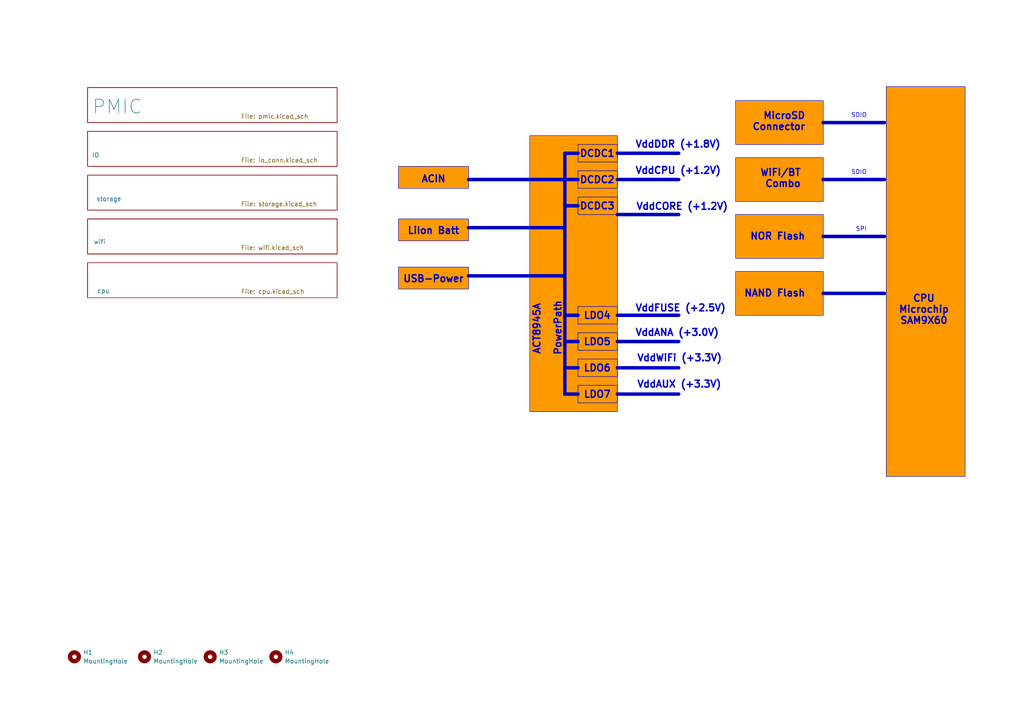
<source format=kicad_sch>
(kicad_sch (version 20250114) (generator "eeschema") (generator_version "9.0")
  (paper "A4")
  (lib_symbols
    (symbol "Mechanical:MountingHole" (pin_names (offset 1.016)) (exclude_from_sim yes) (in_bom no)
      (property "Reference" "H" (at 0 5.08 0))
      (property "Value" "MountingHole" (at 0 3.175 0))
      (symbol "MountingHole_0_1"
        (circle (center 0 0) (radius 1.27) (stroke (width 1.27)))
      )
    )
  )
  (rectangle (start 167.64 41.91) (end 179.07 46.99) (fill (type color) (color 255 153 0 1)))
  (rectangle (start 167.64 57.15) (end 179.07 62.23) (fill (type color) (color 255 153 0 1)))
  (rectangle (start 213.36 29.21) (end 238.76 41.91) (fill (type color) (color 255 153 0 1)))
  (rectangle (start 167.64 49.53) (end 179.07 54.61) (fill (type color) (color 255 153 0 1)))
  (rectangle (start 213.36 91.44) (end 238.76 78.74) (fill (type color) (color 255 153 0 1)))
  (rectangle (start 115.57 77.47) (end 135.89 83.82) (fill (type color) (color 255 153 0 1)))
  (rectangle (start 167.64 88.9) (end 179.07 93.98) (fill (type color) (color 255 153 0 1)))
  (rectangle (start 115.57 63.5) (end 135.89 69.85) (fill (type color) (color 255 153 0 1)))
  (rectangle (start 115.57 48.26) (end 135.89 54.61) (fill (type color) (color 255 153 0 1)))
  (rectangle (start 167.64 96.52) (end 179.07 101.6) (fill (type color) (color 255 153 0 1)))
  (rectangle (start 257.048 25.146) (end 279.908 138.176) (fill (type color) (color 255 153 0 1)))
  (rectangle (start 213.36 74.93) (end 238.76 62.23) (fill (type color) (color 255 153 0 1)))
  (rectangle (start 213.36 58.42) (end 238.76 45.72) (fill (type color) (color 255 153 0 1)))
  (rectangle (start 167.64 104.14) (end 179.07 109.22) (fill (type color) (color 255 153 0 1)))
  (rectangle (start 153.67 39.37) (end 179.07 119.38) (fill (type color) (color 255 153 0 1)))
  (rectangle (start 167.64 111.76) (end 179.07 116.84) (fill (type color) (color 255 153 0 1)))
  (text "VddANA (+3.0V)" (at 184.15 97.79 0) (effects (font (size 2 2) (thickness 0.4) (bold yes)) (justify left bottom)))
  (text "NOR Flash" (at 233.68 69.85 0) (effects (font (size 2 2) (thickness 0.4) (bold yes)) (justify right bottom)))
  (text "LiIon Batt" (at 125.73 67.056 0) (effects (font (size 2 2) (thickness 0.4) (bold yes))))
  (text "WiFI/BT\n Combo" (at 232.41 54.61 0) (effects (font (size 2 2) (thickness 0.4) (bold yes)) (justify right bottom)))
  (text "LDO7" (at 173.228 114.554 0) (effects (font (size 2 2) (thickness 0.4) (bold yes))))
  (text "LDO6" (at 173.228 106.934 0) (effects (font (size 2 2) (thickness 0.4) (bold yes))))
  (text "VddCORE (+1.2V)" (at 184.404 61.214 0) (effects (font (size 2 2) (thickness 0.4) (bold yes)) (justify left bottom)))
  (text "DCDC1" (at 173.228 44.704 0) (effects (font (size 2 2) (thickness 0.4) (bold yes))))
  (text "PowerPath" (at 161.798 95.25 90) (effects (font (size 2 2) (thickness 0.4) (bold yes))))
  (text "SPI" (at 251.46 67.31 0) (effects (font (size 1.27 1.27)) (justify right bottom)))
  (text "VddWiFi (+3.3V)" (at 184.658 105.156 0) (effects (font (size 2 2) (thickness 0.4) (bold yes)) (justify left bottom)))
  (text "DCDC2" (at 173.228 52.324 0) (effects (font (size 2 2) (thickness 0.4) (bold yes))))
  (text "CPU\nMicrochip\nSAM9X60" (at 267.97 89.916 0) (effects (font (size 2 2) (thickness 0.4) (bold yes))))
  (text "VddCPU (+1.2V)" (at 184.15 50.8 0) (effects (font (size 2 2) (thickness 0.4) (bold yes)) (justify left bottom)))
  (text "SDIO" (at 251.46 34.29 0) (effects (font (size 1.27 1.27)) (justify right bottom)))
  (text "VddFUSE (+2.5V)" (at 184.15 90.678 0) (effects (font (size 2 2) (thickness 0.4) (bold yes)) (justify left bottom)))
  (text "SDIO" (at 251.46 50.8 0) (effects (font (size 1.27 1.27)) (justify right bottom)))
  (text "DCDC3" (at 173.228 59.944 0) (effects (font (size 2 2) (thickness 0.4) (bold yes))))
  (text "USB-Power" (at 125.73 81.026 0) (effects (font (size 2 2) (thickness 0.4) (bold yes))))
  (text " MicroSD\nConnector" (at 233.68 38.1 0) (effects (font (size 2 2) (thickness 0.4) (bold yes)) (justify right bottom)))
  (text "LDO5" (at 173.228 99.314 0) (effects (font (size 2 2) (thickness 0.4) (bold yes))))
  (text "VddAUX (+3.3V)" (at 184.658 112.776 0) (effects (font (size 2 2) (thickness 0.4) (bold yes)) (justify left bottom)))
  (text "VddDDR (+1.8V)" (at 184.15 43.18 0) (effects (font (size 2 2) (thickness 0.4) (bold yes)) (justify left bottom)))
  (text "ACT8945A" (at 155.702 95.504 90) (effects (font (size 2 2) (thickness 0.4) (bold yes))))
  (text "ACIN" (at 125.73 52.07 0) (effects (font (size 2 2) (thickness 0.4) (bold yes))))
  (text "NAND Flash" (at 233.68 86.36 0) (effects (font (size 2 2) (thickness 0.4) (bold yes)) (justify right bottom)))
  (text "LDO4" (at 173.228 91.694 0) (effects (font (size 2 2) (thickness 0.4) (bold yes))))
  (polyline (pts (xy 256.54 68.58) (xy 238.76 68.58)) (stroke (width 1)))
  (polyline (pts (xy 196.85 52.07) (xy 179.07 52.07)) (stroke (width 1)))
  (polyline (pts (xy 256.54 35.56) (xy 238.76 35.56)) (stroke (width 1)))
  (polyline (pts (xy 163.83 80.01) (xy 135.89 80.01)) (stroke (width 1)))
  (polyline (pts (xy 163.83 106.68) (xy 167.64 106.68)) (stroke (width 1)))
  (polyline (pts (xy 163.83 99.06) (xy 166.37 99.06)) (stroke (width 1)))
  (polyline (pts (xy 162.56 52.07) (xy 167.64 52.07)) (stroke (width 1)))
  (polyline (pts (xy 196.85 106.68) (xy 179.07 106.68)) (stroke (width 1)))
  (polyline (pts (xy 163.83 91.44) (xy 167.64 91.44)) (stroke (width 1)))
  (polyline (pts (xy 196.85 44.45) (xy 179.07 44.45)) (stroke (width 1)))
  (polyline (pts (xy 196.85 62.23) (xy 179.07 62.23)) (stroke (width 1)))
  (polyline (pts (xy 153.67 52.07) (xy 162.56 52.07)) (stroke (width 1)))
  (polyline (pts (xy 166.37 114.3) (xy 167.64 114.3)) (stroke (width 1)))
  (polyline (pts (xy 153.67 52.07) (xy 135.89 52.07)) (stroke (width 1)))
  (polyline (pts (xy 163.83 114.3) (xy 166.37 114.3)) (stroke (width 1)))
  (polyline (pts (xy 163.83 44.45) (xy 163.83 109.22)) (stroke (width 1)))
  (polyline (pts (xy 166.37 99.06) (xy 167.64 99.06)) (stroke (width 1)))
  (polyline (pts (xy 256.54 85.09) (xy 238.76 85.09)) (stroke (width 1)))
  (polyline (pts (xy 163.83 44.45) (xy 167.64 44.45)) (stroke (width 1)))
  (polyline (pts (xy 196.85 114.3) (xy 179.07 114.3)) (stroke (width 1)))
  (polyline (pts (xy 196.85 99.06) (xy 179.07 99.06)) (stroke (width 1)))
  (polyline (pts (xy 163.83 59.69) (xy 167.64 59.69)) (stroke (width 1)))
  (polyline (pts (xy 196.85 91.44) (xy 179.07 91.44)) (stroke (width 1)))
  (polyline (pts (xy 163.83 66.04) (xy 135.89 66.04)) (stroke (width 1)))
  (polyline (pts (xy 256.54 52.07) (xy 238.76 52.07)) (stroke (width 1)))
  (polyline (pts (xy 163.83 109.22) (xy 163.83 114.3)) (stroke (width 1)))
  (symbol (lib_id "Mechanical:MountingHole") (at 21.59 190.5 0) (unit 1) (exclude_from_sim yes) (in_bom no)
    (property "Reference" "H1" (at 24.13 189.2299 0) (effects (justify left)))
    (property "Value" "MountingHole" (at 24.13 191.7699 0) (effects (justify left)))
    (property "Footprint" "MountingHole:MountingHole_2.7mm_M2.5" (effects (hide yes)))
    (property "Description" "Mounting Hole without connection" (effects (hide yes)))
  )
  (symbol (lib_id "Mechanical:MountingHole") (at 60.96 190.5 0) (unit 1) (exclude_from_sim yes) (in_bom no)
    (property "Reference" "H3" (at 63.5 189.2299 0) (effects (justify left)))
    (property "Value" "MountingHole" (at 63.5 191.7699 0) (effects (justify left)))
    (property "Footprint" "MountingHole:MountingHole_2.7mm_M2.5" (effects (hide yes)))
    (property "Description" "Mounting Hole without connection" (effects (hide yes)))
  )
  (symbol (lib_id "Mechanical:MountingHole") (at 41.91 190.5 0) (unit 1) (exclude_from_sim yes) (in_bom no)
    (property "Reference" "H2" (at 44.45 189.2299 0) (effects (justify left)))
    (property "Value" "MountingHole" (at 44.45 191.7699 0) (effects (justify left)))
    (property "Footprint" "MountingHole:MountingHole_2.7mm_M2.5" (effects (hide yes)))
    (property "Description" "Mounting Hole without connection" (effects (hide yes)))
  )
  (symbol (lib_id "Mechanical:MountingHole") (at 80.01 190.5 0) (unit 1) (exclude_from_sim yes) (in_bom no)
    (property "Reference" "H4" (at 82.55 189.2299 0) (effects (justify left)))
    (property "Value" "MountingHole" (at 82.55 191.7699 0) (effects (justify left)))
    (property "Footprint" "MountingHole:MountingHole_2.7mm_M2.5" (effects (hide yes)))
    (property "Description" "Mounting Hole without connection" (effects (hide yes)))
  )
  (sheet (at 25.4 38.1) (size 72.39 10.16) (stroke (width 0.1524))
    (property "Sheetname" "IO" (at 26.67 45.72 0) (effects (justify left bottom)))
    (property "Sheetfile" "io_conn.kicad_sch" (at 69.85 45.72 0) (effects (justify left top)))
  )
  (sheet (at 25.4 25.4) (size 72.39 10.16) (stroke (width 0.1524))
    (property "Sheetname" "PMIC" (at 26.67 33.274 0) (effects (font (size 4 4)) (justify left bottom)))
    (property "Sheetfile" "pmic.kicad_sch" (at 69.85 33.02 0) (effects (justify left top)))
  )
  (sheet (at 25.4 63.5) (size 72.39 10.16) (stroke (width 0.1524))
    (property "Sheetname" "wifi" (at 27.178 70.866 0) (effects (justify left bottom)))
    (property "Sheetfile" "wifi.kicad_sch" (at 69.85 71.12 0) (effects (justify left top)))
  )
  (sheet (at 25.4 76.2) (size 72.39 10.16) (stroke (width 0.1524))
    (property "Sheetname" "cpu" (at 28.194 85.09 0) (effects (justify left bottom)))
    (property "Sheetfile" "cpu.kicad_sch" (at 69.85 83.82 0) (effects (justify left top)))
  )
  (sheet (at 25.4 50.8) (size 72.39 10.16) (stroke (width 0.1524))
    (property "Sheetname" "storage" (at 27.94 58.42 0) (effects (justify left bottom)))
    (property "Sheetfile" "storage.kicad_sch" (at 69.85 58.42 0) (effects (justify left top)))
  )
)
</source>
